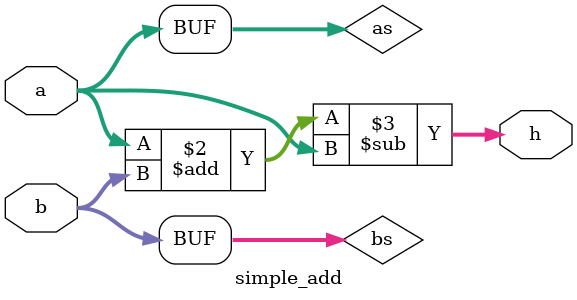
<source format=v>
module simple_add(input [7:0] a, input [7:0] b,
  output signed [7:0] h
);

  wire signed [7:0] as = a;
  wire signed [7:0] bs = b;

  wire [7:0] f = as + bs;
  assign h = as + bs - as;

endmodule


</source>
